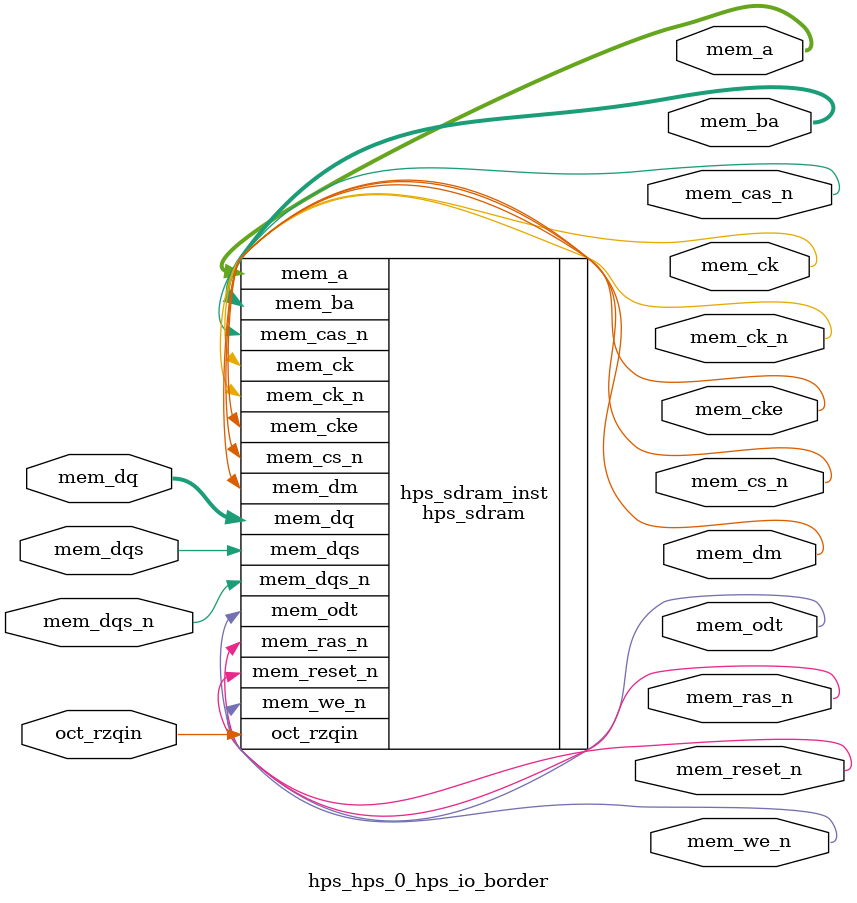
<source format=sv>


module hps_hps_0_hps_io_border(
// memory
  output wire [13 - 1 : 0 ] mem_a
 ,output wire [3 - 1 : 0 ] mem_ba
 ,output wire [1 - 1 : 0 ] mem_ck
 ,output wire [1 - 1 : 0 ] mem_ck_n
 ,output wire [1 - 1 : 0 ] mem_cke
 ,output wire [1 - 1 : 0 ] mem_cs_n
 ,output wire [1 - 1 : 0 ] mem_ras_n
 ,output wire [1 - 1 : 0 ] mem_cas_n
 ,output wire [1 - 1 : 0 ] mem_we_n
 ,output wire [1 - 1 : 0 ] mem_reset_n
 ,inout wire [8 - 1 : 0 ] mem_dq
 ,inout wire [1 - 1 : 0 ] mem_dqs
 ,inout wire [1 - 1 : 0 ] mem_dqs_n
 ,output wire [1 - 1 : 0 ] mem_odt
 ,output wire [1 - 1 : 0 ] mem_dm
 ,input wire [1 - 1 : 0 ] oct_rzqin
);


hps_sdram hps_sdram_inst(
 .mem_dq({
    mem_dq[7:0] // 7:0
  })
,.mem_odt({
    mem_odt[0:0] // 0:0
  })
,.mem_ras_n({
    mem_ras_n[0:0] // 0:0
  })
,.mem_dqs_n({
    mem_dqs_n[0:0] // 0:0
  })
,.mem_dqs({
    mem_dqs[0:0] // 0:0
  })
,.mem_dm({
    mem_dm[0:0] // 0:0
  })
,.mem_we_n({
    mem_we_n[0:0] // 0:0
  })
,.mem_cas_n({
    mem_cas_n[0:0] // 0:0
  })
,.mem_ba({
    mem_ba[2:0] // 2:0
  })
,.mem_a({
    mem_a[12:0] // 12:0
  })
,.mem_cs_n({
    mem_cs_n[0:0] // 0:0
  })
,.mem_ck({
    mem_ck[0:0] // 0:0
  })
,.mem_cke({
    mem_cke[0:0] // 0:0
  })
,.oct_rzqin({
    oct_rzqin[0:0] // 0:0
  })
,.mem_reset_n({
    mem_reset_n[0:0] // 0:0
  })
,.mem_ck_n({
    mem_ck_n[0:0] // 0:0
  })
);

endmodule


</source>
